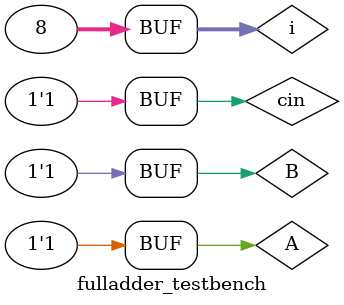
<source format=sv>
/**************** FullAdder.sv ****************
 *
 * Caitlin DeShazo-Couchot and Ashley Guillard
 * Lab Group 4
 * October 11, 2023
 * EE 271: FullAdder 2-Bit Module
 *
 */

//Inputs: A, B, and a Carry-In 
//Outputs:Sum and a Carry-Out
//Adds two single bit values together for a two bit output.
module fulladder (A, B, cin, sum, cout);

	input logic A,B, cin;
	output logic sum, cout;
	
	assign sum = A ^ B ^ cin;
	assign cout = A & B | cin & (A^B);
	
endmodule

//Testbench for the 2-Bit Full Adder
module fulladder_testbench();

	logic A, B, cin, sum, cout;
	
	fulladder dut (A, B, cin, sum, cout);
	
	integer i;
	initial begin
		for (i=0; i<2**3; i++) begin
			{A, B, cin} = i; #10;
		end //for loop
		
	end //initial
	
endmodule 
</source>
